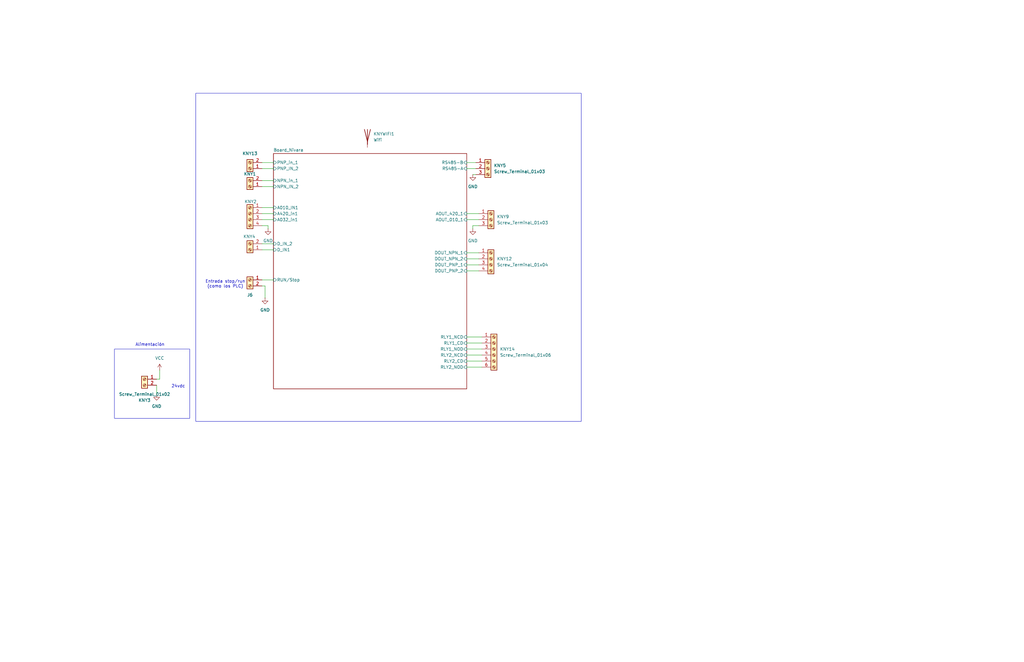
<source format=kicad_sch>
(kicad_sch (version 20250114) (generator "eeschema") (generator_version "9.0")
  (paper "B")
  (title_block (title "ZorionX-Nivara") (date "2025-06-13") (rev "1") (company "Electia_ITLA"))
  (lib_symbols
    (symbol "Connector:Screw_Terminal_01x02" (pin_names (offset 1.016) (hide yes))
      (property "Reference" "J" (at 0 2.54 0))
      (property "Value" "Screw_Terminal_01x02" (at 0 -5.08 0))
      (symbol "Screw_Terminal_01x02_1_1"
        (rectangle (start -1.27 1.27) (end 1.27 -3.81) (stroke (width 0.254)) (fill (type background)))
        (polyline (pts (xy -0.5334 0.3302) (xy 0.3302 -0.508)) (stroke (width 0.1524)))
        (polyline (pts (xy -0.5334 -2.2098) (xy 0.3302 -3.048)) (stroke (width 0.1524)))
        (polyline (pts (xy -0.3556 0.508) (xy 0.508 -0.3302)) (stroke (width 0.1524)))
        (polyline (pts (xy -0.3556 -2.032) (xy 0.508 -2.8702)) (stroke (width 0.1524)))
        (circle (center 0 0) (radius 0.635) (stroke (width 0.1524)))
        (circle (center 0 -2.54) (radius 0.635) (stroke (width 0.1524)))
        (pin passive line (at -5.08 0 0) (length 3.81) (name "Pin_1") (number "1"))
        (pin passive line (at -5.08 -2.54 0) (length 3.81) (name "Pin_2") (number "2"))
      )
    )
    (symbol "Connector:Screw_Terminal_01x03" (pin_names (offset 1.016) (hide yes))
      (property "Reference" "J" (at 0 5.08 0))
      (property "Value" "Screw_Terminal_01x03" (at 0 -5.08 0))
      (symbol "Screw_Terminal_01x03_1_1"
        (rectangle (start -1.27 3.81) (end 1.27 -3.81) (stroke (width 0.254)) (fill (type background)))
        (polyline (pts (xy -0.5334 2.8702) (xy 0.3302 2.032)) (stroke (width 0.1524)))
        (polyline (pts (xy -0.5334 0.3302) (xy 0.3302 -0.508)) (stroke (width 0.1524)))
        (polyline (pts (xy -0.5334 -2.2098) (xy 0.3302 -3.048)) (stroke (width 0.1524)))
        (polyline (pts (xy -0.3556 3.048) (xy 0.508 2.2098)) (stroke (width 0.1524)))
        (polyline (pts (xy -0.3556 0.508) (xy 0.508 -0.3302)) (stroke (width 0.1524)))
        (polyline (pts (xy -0.3556 -2.032) (xy 0.508 -2.8702)) (stroke (width 0.1524)))
        (circle (center 0 2.54) (radius 0.635) (stroke (width 0.1524)))
        (circle (center 0 0) (radius 0.635) (stroke (width 0.1524)))
        (circle (center 0 -2.54) (radius 0.635) (stroke (width 0.1524)))
        (pin passive line (at -5.08 2.54 0) (length 3.81) (name "Pin_1") (number "1"))
        (pin passive line (at -5.08 0 0) (length 3.81) (name "Pin_2") (number "2"))
        (pin passive line (at -5.08 -2.54 0) (length 3.81) (name "Pin_3") (number "3"))
      )
    )
    (symbol "Connector:Screw_Terminal_01x04" (pin_names (offset 1.016) (hide yes))
      (property "Reference" "J" (at 0 5.08 0))
      (property "Value" "Screw_Terminal_01x04" (at 0 -7.62 0))
      (symbol "Screw_Terminal_01x04_1_1"
        (rectangle (start -1.27 3.81) (end 1.27 -6.35) (stroke (width 0.254)) (fill (type background)))
        (polyline (pts (xy -0.5334 2.8702) (xy 0.3302 2.032)) (stroke (width 0.1524)))
        (polyline (pts (xy -0.5334 0.3302) (xy 0.3302 -0.508)) (stroke (width 0.1524)))
        (polyline (pts (xy -0.5334 -2.2098) (xy 0.3302 -3.048)) (stroke (width 0.1524)))
        (polyline (pts (xy -0.5334 -4.7498) (xy 0.3302 -5.588)) (stroke (width 0.1524)))
        (polyline (pts (xy -0.3556 3.048) (xy 0.508 2.2098)) (stroke (width 0.1524)))
        (polyline (pts (xy -0.3556 0.508) (xy 0.508 -0.3302)) (stroke (width 0.1524)))
        (polyline (pts (xy -0.3556 -2.032) (xy 0.508 -2.8702)) (stroke (width 0.1524)))
        (polyline (pts (xy -0.3556 -4.572) (xy 0.508 -5.4102)) (stroke (width 0.1524)))
        (circle (center 0 2.54) (radius 0.635) (stroke (width 0.1524)))
        (circle (center 0 0) (radius 0.635) (stroke (width 0.1524)))
        (circle (center 0 -2.54) (radius 0.635) (stroke (width 0.1524)))
        (circle (center 0 -5.08) (radius 0.635) (stroke (width 0.1524)))
        (pin passive line (at -5.08 2.54 0) (length 3.81) (name "Pin_1") (number "1"))
        (pin passive line (at -5.08 0 0) (length 3.81) (name "Pin_2") (number "2"))
        (pin passive line (at -5.08 -2.54 0) (length 3.81) (name "Pin_3") (number "3"))
        (pin passive line (at -5.08 -5.08 0) (length 3.81) (name "Pin_4") (number "4"))
      )
    )
    (symbol "Connector:Screw_Terminal_01x06" (pin_names (offset 1.016) (hide yes))
      (property "Reference" "J" (at 0 7.62 0))
      (property "Value" "Screw_Terminal_01x06" (at 0 -10.16 0))
      (symbol "Screw_Terminal_01x06_1_1"
        (rectangle (start -1.27 6.35) (end 1.27 -8.89) (stroke (width 0.254)) (fill (type background)))
        (polyline (pts (xy -0.5334 5.4102) (xy 0.3302 4.572)) (stroke (width 0.1524)))
        (polyline (pts (xy -0.5334 2.8702) (xy 0.3302 2.032)) (stroke (width 0.1524)))
        (polyline (pts (xy -0.5334 0.3302) (xy 0.3302 -0.508)) (stroke (width 0.1524)))
        (polyline (pts (xy -0.5334 -2.2098) (xy 0.3302 -3.048)) (stroke (width 0.1524)))
        (polyline (pts (xy -0.5334 -4.7498) (xy 0.3302 -5.588)) (stroke (width 0.1524)))
        (polyline (pts (xy -0.5334 -7.2898) (xy 0.3302 -8.128)) (stroke (width 0.1524)))
        (polyline (pts (xy -0.3556 5.588) (xy 0.508 4.7498)) (stroke (width 0.1524)))
        (polyline (pts (xy -0.3556 3.048) (xy 0.508 2.2098)) (stroke (width 0.1524)))
        (polyline (pts (xy -0.3556 0.508) (xy 0.508 -0.3302)) (stroke (width 0.1524)))
        (polyline (pts (xy -0.3556 -2.032) (xy 0.508 -2.8702)) (stroke (width 0.1524)))
        (polyline (pts (xy -0.3556 -4.572) (xy 0.508 -5.4102)) (stroke (width 0.1524)))
        (polyline (pts (xy -0.3556 -7.112) (xy 0.508 -7.9502)) (stroke (width 0.1524)))
        (circle (center 0 5.08) (radius 0.635) (stroke (width 0.1524)))
        (circle (center 0 2.54) (radius 0.635) (stroke (width 0.1524)))
        (circle (center 0 0) (radius 0.635) (stroke (width 0.1524)))
        (circle (center 0 -2.54) (radius 0.635) (stroke (width 0.1524)))
        (circle (center 0 -5.08) (radius 0.635) (stroke (width 0.1524)))
        (circle (center 0 -7.62) (radius 0.635) (stroke (width 0.1524)))
        (pin passive line (at -5.08 5.08 0) (length 3.81) (name "Pin_1") (number "1"))
        (pin passive line (at -5.08 2.54 0) (length 3.81) (name "Pin_2") (number "2"))
        (pin passive line (at -5.08 0 0) (length 3.81) (name "Pin_3") (number "3"))
        (pin passive line (at -5.08 -2.54 0) (length 3.81) (name "Pin_4") (number "4"))
        (pin passive line (at -5.08 -5.08 0) (length 3.81) (name "Pin_5") (number "5"))
        (pin passive line (at -5.08 -7.62 0) (length 3.81) (name "Pin_6") (number "6"))
      )
    )
    (symbol "Device:Antenna" (pin_numbers (hide yes)) (pin_names (offset 1.016) (hide yes))
      (property "Reference" "AE" (at -1.905 1.905 0))
      (property "Value" "Antenna" (at -1.905 0 0))
      (symbol "Antenna_0_1"
        (polyline (pts (xy 0 2.54) (xy 0 -3.81)) (stroke (width 0.254)))
        (polyline (pts (xy 1.27 2.54) (xy 0 -2.54) (xy -1.27 2.54)) (stroke (width 0.254)))
      )
      (symbol "Antenna_1_1"
        (pin input line (at 0 -5.08 90) (length 2.54) (name "A") (number "1"))
      )
    )
    (symbol "power:GND" (power) (pin_numbers (hide yes)) (pin_names (offset 0) (hide yes))
      (property "Value" "GND" (at 0 -3.81 0))
      (symbol "GND_0_1"
        (polyline (pts (xy 0 0) (xy 0 -1.27) (xy 1.27 -1.27) (xy 0 -2.54) (xy -1.27 -1.27) (xy 0 -1.27)))
      )
      (symbol "GND_1_1"
        (pin power_in line (at 0 0 270) (length 0) (name "~") (number "1"))
      )
    )
    (symbol "power:VCC" (power) (pin_numbers (hide yes)) (pin_names (offset 0) (hide yes))
      (property "Value" "VCC" (at 0 3.556 0))
      (symbol "VCC_0_1"
        (polyline (pts (xy -0.762 1.27) (xy 0 2.54)))
        (polyline (pts (xy 0 2.54) (xy 0.762 1.27)))
        (polyline (pts (xy 0 0) (xy 0 2.54)))
      )
      (symbol "VCC_1_1"
        (pin power_in line (at 0 0 90) (length 0) (name "~") (number "1"))
      )
    )
  )
  (rectangle (start 48.26 147.32) (end 80.01 176.53))
  (rectangle (start 82.55 39.37) (end 245.11 177.8))
  (text "24vdc\n" (at 75.184 163.068 0) (effects (font (size 1.27 1.27))))
  (text "Entrada stop/run\n(como los PLC)\n" (at 94.996 119.888 0) (effects (font (size 1.27 1.27))))
  (text "Alimentación\n" (at 63.246 145.542 0) (effects (font (size 1.27 1.27))))
  (wire (pts (xy 196.85 90.17) (xy 201.93 90.17)))
  (wire (pts (xy 110.49 90.17) (xy 115.316 90.17)))
  (wire (pts (xy 67.31 160.02) (xy 67.31 156.21)))
  (wire (pts (xy 196.85 144.78) (xy 203.2 144.78)))
  (wire (pts (xy 111.76 125.73) (xy 111.76 120.65)))
  (wire (pts (xy 199.39 95.25) (xy 199.39 96.52)))
  (wire (pts (xy 110.49 105.41) (xy 115.316 105.41)))
  (wire (pts (xy 196.85 149.86) (xy 203.2 149.86)))
  (wire (pts (xy 111.76 120.65) (xy 110.49 120.65)))
  (wire (pts (xy 196.85 142.24) (xy 203.2 142.24)))
  (wire (pts (xy 110.49 102.87) (xy 115.316 102.87)))
  (wire (pts (xy 196.85 152.4) (xy 203.2 152.4)))
  (wire (pts (xy 196.85 109.22) (xy 201.93 109.22)))
  (wire (pts (xy 110.49 118.11) (xy 115.316 118.11)))
  (wire (pts (xy 196.85 106.68) (xy 201.93 106.68)))
  (wire (pts (xy 66.04 162.56) (xy 66.04 166.37)))
  (wire (pts (xy 113.03 95.25) (xy 113.03 96.52)))
  (wire (pts (xy 196.85 68.58) (xy 200.66 68.58)))
  (wire (pts (xy 196.85 71.12) (xy 200.66 71.12)))
  (wire (pts (xy 110.49 76.2) (xy 115.316 76.2)))
  (wire (pts (xy 110.49 78.74) (xy 115.316 78.74)))
  (wire (pts (xy 110.49 95.25) (xy 113.03 95.25)))
  (wire (pts (xy 196.85 92.71) (xy 201.93 92.71)))
  (wire (pts (xy 196.85 147.32) (xy 203.2 147.32)))
  (wire (pts (xy 196.85 114.3) (xy 201.93 114.3)))
  (wire (pts (xy 110.49 71.12) (xy 115.316 71.12)))
  (wire (pts (xy 196.85 154.94) (xy 203.2 154.94)))
  (wire (pts (xy 201.93 95.25) (xy 199.39 95.25)))
  (wire (pts (xy 110.49 92.71) (xy 115.316 92.71)))
  (wire (pts (xy 66.04 160.02) (xy 67.31 160.02)))
  (wire (pts (xy 196.85 111.76) (xy 201.93 111.76)))
  (wire (pts (xy 110.49 87.63) (xy 115.316 87.63)))
  (wire (pts (xy 199.39 73.66) (xy 200.66 73.66)))
  (wire (pts (xy 110.49 68.58) (xy 115.316 68.58)))
  (symbol (lib_id "power:VCC") (at 67.31 156.21 0) (unit 1)
    (property "Reference" "#PWR02" (effects (hide yes)))
    (property "Value" "VCC" (at 67.31 151.13 0))
    (property "Description" "Power symbol creates a global label with name \"VCC\"" (effects (hide yes)))
  )
  (symbol (lib_id "Connector:Screw_Terminal_01x02") (at 105.41 105.41 180) (unit 1)
    (property "Reference" "KNY4" (at 105.156 99.822 0))
    (property "Value" "Screw_Terminal_01x02" (effects (hide yes)))
    (property "Footprint" "TerminalBlock_Phoenix:TerminalBlock_Phoenix_PT-1,5-2-5.0-H_1x02_P5.00mm_Horizontal" (effects (hide yes)))
    (property "Description" "Generic screw terminal, single row, 01x02, script generated (kicad-library-utils/schlib/autogen/connector/)" (effects (hide yes)))
  )
  (symbol (lib_id "Connector:Screw_Terminal_01x02") (at 105.41 71.12 180) (unit 1)
    (property "Reference" "KNY13" (at 105.41 64.77 0))
    (property "Value" "Screw_Terminal_01x02" (effects (hide yes)))
    (property "Footprint" "TerminalBlock_Phoenix:TerminalBlock_Phoenix_PT-1,5-2-5.0-H_1x02_P5.00mm_Horizontal" (effects (hide yes)))
    (property "Description" "Generic screw terminal, single row, 01x02, script generated (kicad-library-utils/schlib/autogen/connector/)" (effects (hide yes)))
  )
  (symbol (lib_id "Connector:Screw_Terminal_01x02") (at 105.41 78.74 180) (unit 1)
    (property "Reference" "KNY1" (at 105.41 73.406 0))
    (property "Value" "Screw_Terminal_01x02" (effects (hide yes)))
    (property "Footprint" "TerminalBlock_Phoenix:TerminalBlock_Phoenix_PT-1,5-2-5.0-H_1x02_P5.00mm_Horizontal" (effects (hide yes)))
    (property "Description" "Generic screw terminal, single row, 01x02, script generated (kicad-library-utils/schlib/autogen/connector/)" (effects (hide yes)))
  )
  (symbol (lib_id "Connector:Screw_Terminal_01x04") (at 105.41 90.17 0) (mirror y) (unit 1)
    (property "Reference" "KNY2" (at 105.664 85.09 0))
    (property "Value" "Screw_Terminal_01x04" (effects (hide yes)))
    (property "Footprint" "TerminalBlock_Phoenix:TerminalBlock_Phoenix_PT-1,5-4-5.0-H_1x04_P5.00mm_Horizontal" (effects (hide yes)))
    (property "Description" "Generic screw terminal, single row, 01x04, script generated (kicad-library-utils/schlib/autogen/connector/)" (effects (hide yes)))
  )
  (symbol (lib_id "power:GND") (at 199.39 96.52 0) (unit 1)
    (property "Reference" "#PWR07" (effects (hide yes)))
    (property "Value" "GND" (at 199.39 101.6 0))
    (property "Description" "Power symbol creates a global label with name \"GND\" , ground" (effects (hide yes)))
  )
  (symbol (lib_id "power:GND") (at 66.04 166.37 0) (unit 1)
    (property "Reference" "#PWR01" (effects (hide yes)))
    (property "Value" "GND" (at 66.04 171.45 0))
    (property "Description" "Power symbol creates a global label with name \"GND\" , ground" (effects (hide yes)))
  )
  (symbol (lib_id "Device:Antenna") (at 154.94 57.15 0) (unit 1) (on_board no)
    (property "Reference" "KNYWIFI1" (at 157.48 56.5149 0) (effects (justify left)))
    (property "Value" "Wifi" (at 157.48 59.0549 0) (effects (justify left)))
    (property "Description" "Antenna" (effects (hide yes)))
  )
  (symbol (lib_id "power:GND") (at 199.39 73.66 0) (unit 1)
    (property "Reference" "#PWR04" (effects (hide yes)))
    (property "Value" "GND" (at 199.39 78.74 0))
    (property "Description" "Power symbol creates a global label with name \"GND\" , ground" (effects (hide yes)))
  )
  (symbol (lib_id "Connector:Screw_Terminal_01x02") (at 105.41 118.11 0) (mirror y) (unit 1)
    (property "Reference" "J6" (at 105.41 124.46 0))
    (property "Value" "Screw_Terminal_01x02" (effects (hide yes)))
    (property "Footprint" "TerminalBlock_Phoenix:TerminalBlock_Phoenix_PT-1,5-2-5.0-H_1x02_P5.00mm_Horizontal" (effects (hide yes)))
    (property "Description" "Generic screw terminal, single row, 01x02, script generated (kicad-library-utils/schlib/autogen/connector/)" (effects (hide yes)))
  )
  (symbol (lib_id "Connector:Screw_Terminal_01x02") (at 60.96 160.02 0) (mirror y) (unit 1)
    (property "Reference" "KNY3" (at 60.96 168.91 0))
    (property "Value" "Screw_Terminal_01x02" (at 60.96 166.37 0))
    (property "Footprint" "TerminalBlock_Phoenix:TerminalBlock_Phoenix_PT-1,5-2-5.0-H_1x02_P5.00mm_Horizontal" (effects (hide yes)))
    (property "Description" "Generic screw terminal, single row, 01x02, script generated (kicad-library-utils/schlib/autogen/connector/)" (effects (hide yes)))
  )
  (symbol (lib_id "Connector:Screw_Terminal_01x06") (at 208.28 147.32 0) (unit 1)
    (property "Reference" "KNY14" (at 210.82 147.3199 0) (effects (justify left)))
    (property "Value" "Screw_Terminal_01x06" (at 210.82 149.8599 0) (effects (justify left)))
    (property "Footprint" "TerminalBlock_Phoenix:TerminalBlock_Phoenix_PT-1,5-6-5.0-H_1x06_P5.00mm_Horizontal" (effects (hide yes)))
    (property "Description" "Generic screw terminal, single row, 01x06, script generated (kicad-library-utils/schlib/autogen/connector/)" (effects (hide yes)))
  )
  (symbol (lib_id "Connector:Screw_Terminal_01x03") (at 207.01 92.71 0) (unit 1)
    (property "Reference" "KNY9" (at 209.55 91.4399 0) (effects (justify left)))
    (property "Value" "Screw_Terminal_01x03" (at 209.55 93.9799 0) (effects (justify left)))
    (property "Footprint" "TerminalBlock_Phoenix:TerminalBlock_Phoenix_PT-1,5-3-3.5-H_1x03_P3.50mm_Horizontal" (effects (hide yes)))
    (property "Description" "Generic screw terminal, single row, 01x03, script generated (kicad-library-utils/schlib/autogen/connector/)" (effects (hide yes)))
  )
  (symbol (lib_id "power:GND") (at 113.03 96.52 0) (unit 1)
    (property "Reference" "#PWR05" (effects (hide yes)))
    (property "Value" "GND" (at 113.03 101.6 0))
    (property "Description" "Power symbol creates a global label with name \"GND\" , ground" (effects (hide yes)))
  )
  (symbol (lib_id "Connector:Screw_Terminal_01x03") (at 205.74 71.12 0) (unit 1)
    (property "Reference" "KNY5" (at 208.28 69.8499 0) (effects (justify left)))
    (property "Value" "Screw_Terminal_01x03" (at 208.28 72.3899 0) (effects (justify left)))
    (property "Footprint" "TerminalBlock_Phoenix:TerminalBlock_Phoenix_PT-1,5-3-3.5-H_1x03_P3.50mm_Horizontal" (effects (hide yes)))
    (property "Description" "Generic screw terminal, single row, 01x03, script generated (kicad-library-utils/schlib/autogen/connector/)" (effects (hide yes)))
  )
  (symbol (lib_id "Connector:Screw_Terminal_01x04") (at 207.01 109.22 0) (unit 1)
    (property "Reference" "KNY12" (at 209.55 109.2199 0) (effects (justify left)))
    (property "Value" "Screw_Terminal_01x04" (at 209.55 111.7599 0) (effects (justify left)))
    (property "Footprint" "TerminalBlock_Phoenix:TerminalBlock_Phoenix_PT-1,5-4-5.0-H_1x04_P5.00mm_Horizontal" (effects (hide yes)))
    (property "Description" "Generic screw terminal, single row, 01x04, script generated (kicad-library-utils/schlib/autogen/connector/)" (effects (hide yes)))
  )
  (symbol (lib_id "power:GND") (at 111.76 125.73 0) (unit 1)
    (property "Reference" "#PWR06" (effects (hide yes)))
    (property "Value" "GND" (at 111.76 130.81 0))
    (property "Description" "Power symbol creates a global label with name \"GND\" , ground" (effects (hide yes)))
  )
  (sheet (at 115.316 64.77) (size 81.534 99.314) (stroke (width 0.1524))
    (property "Sheetname" "Board_Nivara" (at 115.316 64.0584 0) (effects (justify left bottom)))
    (property "Sheetfile" "../../../../../Downloads/Board_ZorionX.kicad_sch" (effects (hide yes)))
    (pin "NPN_in_1" input (at 115.316 76.2 180))
    (pin "NPN_IN_2" input (at 115.316 78.74 180))
    (pin "A010_IN1" input (at 115.316 87.63 180))
    (pin "D_IN_2" input (at 115.316 102.87 180))
    (pin "A420_in1" input (at 115.316 90.17 180))
    (pin "PNP_IN_2" input (at 115.316 71.12 180))
    (pin "A032_in1" input (at 115.316 92.71 180))
    (pin "D_IN1" input (at 115.316 105.41 180))
    (pin "AOUT_420_1" input (at 196.85 90.17 0))
    (pin "AOUT_010_1" input (at 196.85 92.71 0))
    (pin "RS485-A" input (at 196.85 71.12 0))
    (pin "RS485-B" input (at 196.85 68.58 0))
    (pin "RUN{slash}Stop" input (at 115.316 118.11 180))
    (pin "RLY2_NCD" input (at 196.85 149.86 0))
    (pin "RLY1_NOD" input (at 196.85 147.32 0))
    (pin "RLY2_NOD" input (at 196.85 154.94 0))
    (pin "RLY1_CD" input (at 196.85 144.78 0))
    (pin "RLY1_NCD" input (at 196.85 142.24 0))
    (pin "RLY2_CD" input (at 196.85 152.4 0))
    (pin "PNP_in_1" input (at 115.316 68.58 180))
    (pin "DOUT_NPN_1" input (at 196.85 106.68 0))
    (pin "DOUT_PNP_2" input (at 196.85 114.3 0))
    (pin "DOUT_PNP_1" input (at 196.85 111.76 0))
    (pin "DOUT_NPN_2" input (at 196.85 109.22 0))
  )
)
</source>
